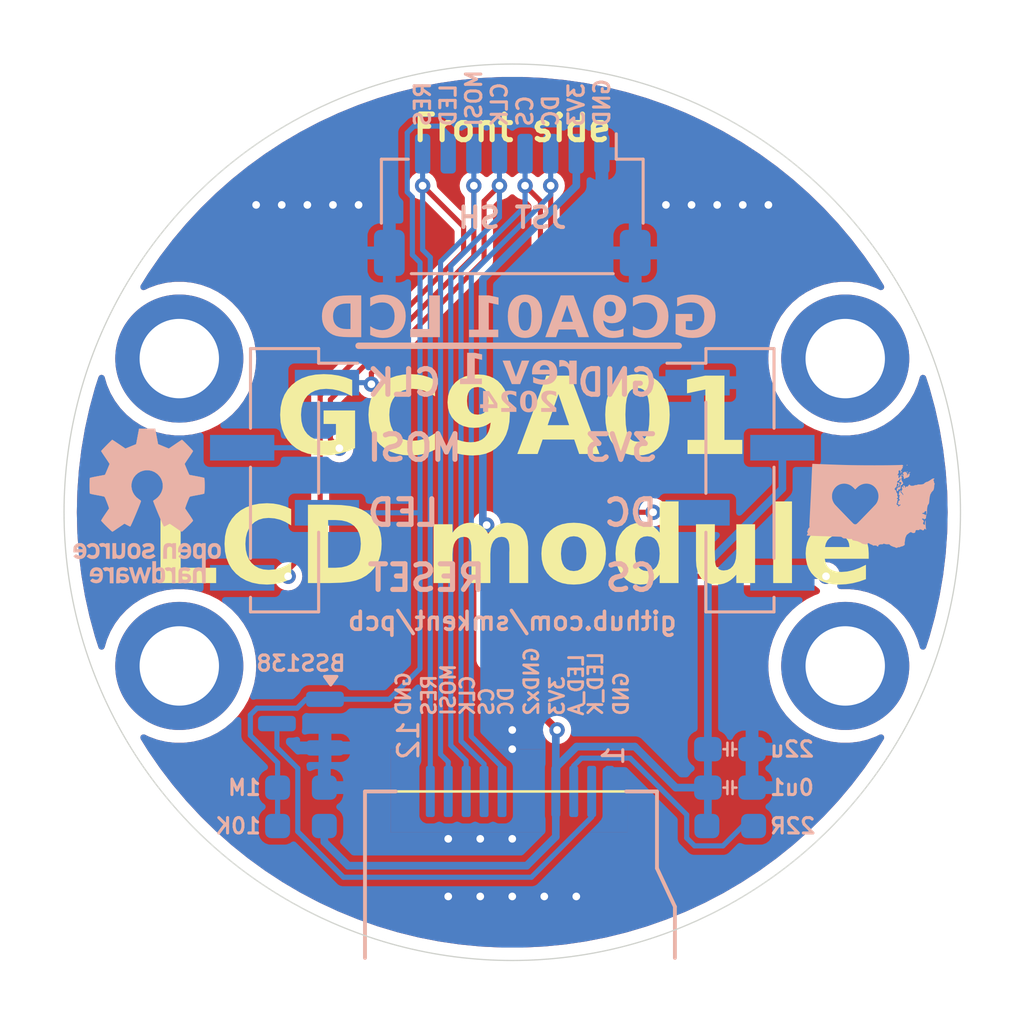
<source format=kicad_pcb>
(kicad_pcb (version 20240108) (generator "pcbnew") (generator_version "8.0")
  (layers (0 "F.Cu" signal) (31 "B.Cu" signal) (34 "B.Paste" user) (35 "F.Paste" user) (36 "B.SilkS" user "B.Silkscreen") (37 "F.SilkS" user "F.Silkscreen") (38 "B.Mask" user) (39 "F.Mask" user) (44 "Edge.Cuts" user))
  (net 0 "")
  (net 1 "+3V3")
  (net 2 "GND")
  (net 3 "CS")
  (net 4 "DC")
  (net 5 "CLK")
  (net 6 "RESET")
  (net 7 "MOSI")
  (net 8 "BACKLIGHT_ENABLE")
  (net 9 "LED_K")
  (net 10 "/LED_A")
  (footprint "custom:R_0603_1608Metric_Pad0.98x0.95mm_HandSolder_simple" (layer "B.Cu") (at 108.51 82.25)
    (property "Reference" "R1" (hide yes))
    (property "Value" "22R")
    (pad "1" smd roundrect (at -0.9125 0) (size 0.975 0.95) (layers "B.Cu" "B.Paste" "B.Mask") (net 1 "+3V3"))
    (pad "2" smd roundrect (at 0.9125 0) (size 0.975 0.95) (layers "B.Cu" "B.Paste" "B.Mask") (net 10 "/LED_A"))
  )
  (footprint "custom:R_0603_1608Metric_Pad0.98x0.95mm_HandSolder_simple" (layer "B.Cu") (at 91.75 82.25 180)
    (property "Reference" "R2" (hide yes))
    (property "Value" "10K")
    (pad "1" smd roundrect (at -0.9125 0 180) (size 0.975 0.95) (layers "B.Cu" "B.Paste" "B.Mask") (net 1 "+3V3"))
    (pad "2" smd roundrect (at 0.9125 0 180) (size 0.975 0.95) (layers "B.Cu" "B.Paste" "B.Mask") (net 8 "BACKLIGHT_ENABLE"))
  )
  (footprint "mechanical:Standoff-SMTSO-M2.5-D3.1mm-P5.0mm" (layer "B.Cu") (at 87 64 180)
    (property "Reference" "REF**" (hide yes))
    (property "Value" "Standoff-SMTSO-M2.5-D3.1mm-P5.0mm" (hide yes))
    (pad "1" thru_hole circle (at 0 0 180) (size 5 5) (drill 3.1) (layers "*.Cu" "*.Mask") (clearance 0.5))
  )
  (footprint "mechanical:Standoff-SMTSO-M2.5-D3.1mm-P5.0mm" (layer "B.Cu") (at 113 64 180)
    (property "Reference" "REF**" (hide yes))
    (property "Value" "Standoff-SMTSO-M2.5-D3.1mm-P5.0mm" (hide yes))
    (pad "1" thru_hole circle (at 0 0 180) (size 5 5) (drill 3.1) (layers "*.Cu" "*.Mask") (clearance 0.5))
  )
  (footprint "graphics:wa-state-heart-5mm" (layer "B.Cu") (at 114 69.75 180)
    (property "Reference" "G***" (hide yes))
    (property "Value" "LOGO" (hide yes))
  )
  (footprint "custom:R_0603_1608Metric_Pad0.98x0.95mm_HandSolder_simple" (layer "B.Cu") (at 91.75 80.75)
    (property "Reference" "R3" (hide yes))
    (property "Value" "1M")
    (pad "1" smd roundrect (at -0.9125 0) (size 0.975 0.95) (layers "B.Cu" "B.Paste" "B.Mask") (net 8 "BACKLIGHT_ENABLE"))
    (pad "2" smd roundrect (at 0.9125 0) (size 0.975 0.95) (layers "B.Cu" "B.Paste" "B.Mask") (net 2 "GND"))
  )
  (footprint "mechanical:Standoff-SMTSO-M2.5-D3.1mm-P5.0mm" (layer "B.Cu") (at 87 76 180)
    (property "Reference" "REF**" (hide yes))
    (property "Value" "Standoff-SMTSO-M2.5-D3.1mm-P5.0mm" (hide yes))
    (pad "1" thru_hole circle (at 0 0 180) (size 5 5) (drill 3.1) (layers "*.Cu" "*.Mask") (clearance 0.5))
  )
  (footprint "custom:C_0603_1608Metric_Pad1.08x0.95mm_HandSolder" (layer "B.Cu") (at 108.5 79.25)
    (property "Reference" "C1" (hide yes))
    (property "Value" "22u")
    (pad "1" smd roundrect (at -0.8625 0) (size 1.075 0.95) (layers "B.Cu" "B.Paste" "B.Mask") (net 1 "+3V3"))
    (pad "2" smd roundrect (at 0.8625 0) (size 1.075 0.95) (layers "B.Cu" "B.Paste" "B.Mask") (net 2 "GND"))
  )
  (footprint "custom:C_0603_1608Metric_Pad1.08x0.95mm_HandSolder" (layer "B.Cu") (at 108.5 80.75)
    (property "Reference" "C2" (hide yes))
    (property "Value" "0u1")
    (pad "1" smd roundrect (at -0.8625 0) (size 1.075 0.95) (layers "B.Cu" "B.Paste" "B.Mask") (net 1 "+3V3"))
    (pad "2" smd roundrect (at 0.8625 0) (size 1.075 0.95) (layers "B.Cu" "B.Paste" "B.Mask") (net 2 "GND"))
  )
  (footprint "custom:SOT-23_simple" (layer "B.Cu") (at 91.75 78.25 180)
    (property "Reference" "Q1" (hide yes))
    (property "Value" "BSS138")
    (pad "1" smd roundrect (at -0.9375 0.95 180) (size 1.475 0.6) (layers "B.Cu" "B.Paste" "B.Mask") (net 8 "BACKLIGHT_ENABLE"))
    (pad "2" smd roundrect (at -0.9375 -0.95 180) (size 1.475 0.6) (layers "B.Cu" "B.Paste" "B.Mask") (net 2 "GND"))
    (pad "3" smd roundrect (at 0.9375 0 180) (size 1.475 0.6) (layers "B.Cu" "B.Paste" "B.Mask") (net 9 "LED_K"))
  )
  (footprint "Connector_PinHeader_2.54mm:PinHeader_1x04_P2.54mm_Vertical_SMD_Pin1Left" (layer "B.Cu") (at 91.11 68.75 180)
    (property "Reference" "J3" (hide yes))
    (property "Value" "Pin headers")
    (pad "1" smd rect (at -1.655 3.81 180) (size 2.51 1) (layers "B.Cu" "B.Paste" "B.Mask") (net 5 "CLK"))
    (pad "2" smd rect (at 1.655 1.27 180) (size 2.51 1) (layers "B.Cu" "B.Paste" "B.Mask") (net 7 "MOSI"))
    (pad "3" smd rect (at -1.655 -1.27 180) (size 2.51 1) (layers "B.Cu" "B.Paste" "B.Mask") (net 8 "BACKLIGHT_ENABLE"))
    (pad "4" smd rect (at 1.655 -3.81 180) (size 2.51 1) (layers "B.Cu" "B.Paste" "B.Mask") (net 6 "RESET"))
  )
  (footprint "mechanical:Standoff-SMTSO-M2.5-D3.1mm-P5.0mm" (layer "B.Cu") (at 113 76 180)
    (property "Reference" "REF**" (hide yes))
    (property "Value" "Standoff-SMTSO-M2.5-D3.1mm-P5.0mm" (hide yes))
    (pad "1" thru_hole circle (at 0 0 180) (size 5 5) (drill 3.1) (layers "*.Cu" "*.Mask") (clearance 0.5))
  )
  (footprint "aliexpress:GC9A01-screen-connector-pads" (layer "B.Cu") (at 99.95 80.9 90)
    (property "Reference" "LCD1" (hide yes))
    (property "Value" "GC9A01")
    (fp_text user "12" (at 2 -4 -90) (layer "B.SilkS") (effects (font (size 0.8 0.8) (thickness 0.12)) (justify mirror)))
    (fp_text user "1" (at 1.4 4 -90) (layer "B.SilkS") (effects (font (size 0.8 0.8) (thickness 0.12)) (justify mirror)))
    (pad "1" smd roundrect (at 0 3.85 90) (size 2 0.35) (layers "B.Cu" "B.Paste" "B.Mask") (net 2 "GND"))
    (pad "2" smd roundrect (at 0 3.15 90) (size 2 0.35) (layers "B.Cu" "B.Paste" "B.Mask") (net 9 "LED_K"))
    (pad "3" smd roundrect (at 0 2.45 90) (size 2 0.35) (layers "B.Cu" "B.Paste" "B.Mask") (net 10 "/LED_A"))
    (pad "4" smd roundrect (at 0 1.75 90) (size 2 0.35) (layers "B.Cu" "B.Paste" "B.Mask") (net 1 "+3V3"))
    (pad "5" smd roundrect (at 0 1.05 90) (size 2 0.35) (layers "B.Cu" "B.Paste" "B.Mask") (net 2 "GND"))
    (pad "6" smd roundrect (at 0 0.35 90) (size 2 0.35) (layers "B.Cu" "B.Paste" "B.Mask") (net 2 "GND"))
    (pad "7" smd roundrect (at 0 -0.35 90) (size 2 0.35) (layers "B.Cu" "B.Paste" "B.Mask") (net 4 "DC"))
    (pad "8" smd roundrect (at 0 -1.05 90) (size 2 0.35) (layers "B.Cu" "B.Paste" "B.Mask") (net 3 "CS"))
    (pad "9" smd roundrect (at 0 -1.75 90) (size 2 0.35) (layers "B.Cu" "B.Paste" "B.Mask") (net 5 "CLK"))
    (pad "10" smd roundrect (at 0 -2.45 90) (size 2 0.35) (layers "B.Cu" "B.Paste" "B.Mask") (net 7 "MOSI"))
    (pad "11" smd roundrect (at 0 -3.15 90) (size 2 0.35) (layers "B.Cu" "B.Paste" "B.Mask") (net 6 "RESET"))
    (pad "12" smd roundrect (at 0 -3.85 90) (size 2 0.35) (layers "B.Cu" "B.Paste" "B.Mask") (net 2 "GND"))
  )
  (footprint "Connector_PinHeader_2.54mm:PinHeader_1x04_P2.54mm_Vertical_SMD_Pin1Right" (layer "B.Cu") (at 108.89 68.75 180)
    (property "Reference" "J2" (hide yes))
    (property "Value" "Pin headers")
    (pad "1" smd rect (at 1.655 3.81 180) (size 2.51 1) (layers "B.Cu" "B.Paste" "B.Mask") (net 2 "GND"))
    (pad "2" smd rect (at -1.655 1.27 180) (size 2.51 1) (layers "B.Cu" "B.Paste" "B.Mask") (net 1 "+3V3"))
    (pad "3" smd rect (at 1.655 -1.27 180) (size 2.51 1) (layers "B.Cu" "B.Paste" "B.Mask") (net 4 "DC"))
    (pad "4" smd rect (at -1.655 -3.81 180) (size 2.51 1) (layers "B.Cu" "B.Paste" "B.Mask") (net 3 "CS"))
  )
  (footprint "Symbol:OSHW-Logo_5.7x6mm_SilkScreen" (layer "B.Cu") (at 85.75 69.75 180)
    (property "Reference" "REF**" (hide yes))
    (property "Value" "OSHW-Logo_5.7x6mm_SilkScreen" (hide yes))
  )
  (footprint "custom:JST_SH_SM08B-SRSS-TB_1x08-1MP_P1.00mm_Horizontal" (layer "B.Cu") (at 100 58 180)
    (property "Reference" "J1")
    (property "Value" "JST SH")
    (pad "1" smd roundrect (at -3.5 2 180) (size 0.6 1.55) (layers "B.Cu" "B.Paste" "B.Mask") (net 2 "GND"))
    (pad "2" smd roundrect (at -2.5 2 180) (size 0.6 1.55) (layers "B.Cu" "B.Paste" "B.Mask") (net 1 "+3V3"))
    (pad "3" smd roundrect (at -1.5 2 180) (size 0.6 1.55) (layers "B.Cu" "B.Paste" "B.Mask") (net 4 "DC"))
    (pad "4" smd roundrect (at -0.5 2 180) (size 0.6 1.55) (layers "B.Cu" "B.Paste" "B.Mask") (net 3 "CS"))
    (pad "5" smd roundrect (at 0.5 2 180) (size 0.6 1.55) (layers "B.Cu" "B.Paste" "B.Mask") (net 5 "CLK"))
    (pad "6" smd roundrect (at 1.5 2 180) (size 0.6 1.55) (layers "B.Cu" "B.Paste" "B.Mask") (net 7 "MOSI"))
    (pad "7" smd roundrect (at 2.5 2 180) (size 0.6 1.55) (layers "B.Cu" "B.Paste" "B.Mask") (net 8 "BACKLIGHT_ENABLE"))
    (pad "8" smd roundrect (at 3.5 2 180) (size 0.6 1.55) (layers "B.Cu" "B.Paste" "B.Mask") (net 6 "RESET"))
    (pad "MP" smd roundrect (at -4.8 -1.875 180) (size 1.2 1.8) (layers "B.Cu" "B.Paste" "B.Mask") (roundrect_rratio 0.208333) (net 2 "GND"))
    (pad "MP" smd roundrect (at 4.8 -1.875 180) (size 1.2 1.8) (layers "B.Cu" "B.Paste" "B.Mask") (roundrect_rratio 0.208333) (net 2 "GND"))
  )
  (gr_line (start 106.5 63.5) (end 94 63.5) (stroke (width 0.25)) (layer "B.SilkS"))
  (gr_line (start 94.25 80.9) (end 94.25 86) (stroke (width 0.1)) (layer "F.SilkS"))
  (gr_line (start 106.35 85.75) (end 106.35 85.4) (stroke (width 0.1)) (layer "F.SilkS"))
  (gr_line (start 105.65 83.9) (end 105.65 80.9) (stroke (width 0.1)) (layer "F.SilkS"))
  (gr_line (start 94.25 80.9) (end 105.65 80.9) (stroke (width 0.1)) (layer "F.SilkS"))
  (gr_line (start 106.35 85.4) (end 105.65 83.9) (stroke (width 0.1)) (layer "F.SilkS"))
  (gr_circle (center 100 70) (end 117.5 70) (stroke (width 0.05)) (fill none) (layer "Edge.Cuts"))
  (gr_text "10K" (at 90.25 82.25 0) (layer "B.SilkS") (effects (font (size 0.6 0.6) (thickness 0.12) (bold yes)) (justify left mirror)))
  (gr_text "CLK" (at 98.25 78 90) (layer "B.SilkS") (effects (font (size 0.55 0.55) (thickness 0.11) (bold yes)) (justify right mirror)))
  (gr_text "GND" (at 103.5 55 90) (layer "B.SilkS") (effects (font (size 0.6 0.6) (thickness 0.12) (bold yes)) (justify right mirror)))
  (gr_text "DC" (at 101.5 55 90) (layer "B.SilkS") (effects (font (size 0.6 0.6) (thickness 0.12) (bold yes)) (justify right mirror)))
  (gr_text "GC9A01 LCD" (at 100.25 62.5 0) (layer "B.SilkS") (effects (font (size 1.6 1.6) (thickness 0.1)) (justify mirror)))
  (gr_text "RESET" (at 94.25 72.56 0) (layer "B.SilkS") (effects (font (size 1 1) (thickness 0.2) (bold yes)) (justify right mirror)))
  (gr_text "22u" (at 110 79.25 0) (layer "B.SilkS") (effects (font (size 0.6 0.6) (thickness 0.12) (bold yes)) (justify right mirror)))
  (gr_text "CS" (at 105.75 72.56 0) (layer "B.SilkS") (effects (font (size 1 1) (thickness 0.2) (bold yes)) (justify left mirror)))
  (gr_text "3V3" (at 101.75 78 90) (layer "B.SilkS") (effects (font (size 0.55 0.55) (thickness 0.11) (bold yes)) (justify right mirror)))
  (gr_text "LED_K" (at 103.25 78 90) (layer "B.SilkS") (effects (font (size 0.55 0.55) (thickness 0.11) (bold yes)) (justify right mirror)))
  (gr_text "1M" (at 90.25 80.75 0) (layer "B.SilkS") (effects (font (size 0.6 0.6) (thickness 0.12) (bold yes)) (justify left mirror)))
  (gr_text "0u1" (at 110 80.75 0) (layer "B.SilkS") (effects (font (size 0.6 0.6) (thickness 0.12) (bold yes)) (justify right mirror)))
  (gr_text "CLK" (at 94.25 64.94 0) (layer "B.SilkS") (effects (font (size 1 1) (thickness 0.2) (bold yes)) (justify right mirror)))
  (gr_text "CS" (at 99 78 90) (layer "B.SilkS") (effects (font (size 0.55 0.55) (thickness 0.11) (bold yes)) (justify right mirror)))
  (gr_text "3V3" (at 105.75 67.48 0) (layer "B.SilkS") (effects (font (size 1 1) (thickness 0.2) (bold yes)) (justify left mirror)))
  (gr_text "22R" (at 110 82.25 0) (layer "B.SilkS") (effects (font (size 0.6 0.6) (thickness 0.12) (bold yes)) (justify right mirror)))
  (gr_text "RES" (at 96.5 55 90) (layer "B.SilkS") (effects (font (size 0.6 0.6) (thickness 0.12) (bold yes)) (justify right mirror)))
  (gr_text "CLK" (at 99.5 55 90) (layer "B.SilkS") (effects (font (size 0.6 0.6) (thickness 0.12) (bold yes)) (justify right mirror)))
  (gr_text "JST SH" (at 100 58.5 0) (layer "B.SilkS") (effects (font (size 0.8 0.8) (thickness 0.16) (bold yes)) (justify mirror)))
  (gr_text "github.com/smkent/pcb" (at 100 74.25 0) (layer "B.SilkS") (effects (font (size 0.7 0.7) (thickness 0.14) (bold yes)) (justify mirror)))
  (gr_text "rev 1" (at 100.25 64.5 0) (layer "B.SilkS") (effects (font (size 1.2 1.2) (thickness 0.24) (bold yes)) (justify mirror)))
  (gr_text "GND" (at 95.75 78 90) (layer "B.SilkS") (effects (font (size 0.55 0.55) (thickness 0.11) (bold yes)) (justify right mirror)))
  (gr_text "GND" (at 105.75 64.94 0) (layer "B.SilkS") (effects (font (size 1 1) (thickness 0.2) (bold yes)) (justify left mirror)))
  (gr_text "2024" (at 100.25 65.75 0) (layer "B.SilkS") (effects (font (size 0.8 0.8) (thickness 0.24) (bold yes)) (justify mirror)))
  (gr_text "DC" (at 99.75 78 90) (layer "B.SilkS") (effects (font (size 0.55 0.55) (thickness 0.11) (bold yes)) (justify right mirror)))
  (gr_text "3V3" (at 102.5 55 90) (layer "B.SilkS") (effects (font (size 0.6 0.6) (thickness 0.12) (bold yes)) (justify right mirror)))
  (gr_text "MOSI" (at 98.5 55 90) (layer "B.SilkS") (effects (font (size 0.6 0.6) (thickness 0.12) (bold yes)) (justify right mirror)))
  (gr_text "MOSI" (at 94.25 67.48 0) (layer "B.SilkS") (effects (font (size 1 1) (thickness 0.2) (bold yes)) (justify right mirror)))
  (gr_text "BSS138" (at 91.75 76.25 0) (layer "B.SilkS") (effects (font (size 0.6 0.6) (thickness 0.12) (bold yes)) (justify bottom mirror)))
  (gr_text "LED_A" (at 102.5 78 90) (layer "B.SilkS") (effects (font (size 0.55 0.55) (thickness 0.11) (bold yes)) (justify right mirror)))
  (gr_text "MOSI" (at 97.5 78 90) (layer "B.SilkS") (effects (font (size 0.55 0.55) (thickness 0.11) (bold yes)) (justify right mirror)))
  (gr_text "GND" (at 104.25 78 90) (layer "B.SilkS") (effects (font (size 0.55 0.55) (thickness 0.11) (bold yes)) (justify right mirror)))
  (gr_text "CS" (at 100.5 55 90) (layer "B.SilkS") (effects (font (size 0.6 0.6) (thickness 0.12) (bold yes)) (justify right mirror)))
  (gr_text "DC" (at 105.75 70.02 0) (layer "B.SilkS") (effects (font (size 1 1) (thickness 0.2) (bold yes)) (justify left mirror)))
  (gr_text "LED" (at 94.25 70.02 0) (layer "B.SilkS") (effects (font (size 1 1) (thickness 0.2) (bold yes)) (justify right mirror)))
  (gr_text "RES" (at 96.75 78 90) (layer "B.SilkS") (effects (font (size 0.55 0.55) (thickness 0.11) (bold yes)) (justify right mirror)))
  (gr_text "LED" (at 97.5 55 90) (layer "B.SilkS") (effects (font (size 0.6 0.6) (thickness 0.12) (bold yes)) (justify right mirror)))
  (gr_text "GNDx2" (at 100.75 78 90) (layer "B.SilkS") (effects (font (size 0.55 0.55) (thickness 0.11) (bold yes)) (justify right mirror)))
  (gr_text "Front side" (at 100 55 0) (layer "F.SilkS") (effects (font (size 1 1) (thickness 0.2) (bold yes))))
  (gr_text "GC9A01\nLCD module" (at 100 69 0) (layer "F.SilkS") (effects (font (size 3 3) (thickness 0.1))))
  (segment (start 99 75.75) (end 99 70.5) (width 0.3) (layer "F.Cu") (net 1))
  (segment (start 101.75 78.5) (end 99 75.75) (width 0.3) (layer "F.Cu") (net 1))
  (via (at 101.75 78.5) (size 0.6) (drill 0.3) (layers "F.Cu" "B.Cu") (net 1))
  (via (at 99 70.5) (size 0.6) (drill 0.3) (layers "F.Cu" "B.Cu") (net 1))
  (segment (start 102.5 56) (end 102.5 57.25) (width 0.3) (layer "B.Cu") (net 1))
  (segment (start 107.6375 80.75) (end 107.6375 79.25) (width 0.3) (layer "B.Cu") (net 1))
  (segment (start 102.513605 79.15) (end 104.786396 79.15) (width 0.3) (layer "B.Cu") (net 1))
  (segment (start 107.6375 79.25) (end 107.6375 82.21) (width 0.3) (layer "B.Cu") (net 1))
  (segment (start 107.6375 82.21) (end 107.5975 82.25) (width 0.3) (layer "B.Cu") (net 1))
  (segment (start 101.7 80.9) (end 101.7 78.55) (width 0.3) (layer "B.Cu") (net 1))
  (segment (start 100.563604 83.8) (end 93.594674 83.8) (width 0.3) (layer "B.Cu") (net 1))
  (segment (start 101.7 80.9) (end 101.7 82.663604) (width 0.3) (layer "B.Cu") (net 1))
  (segment (start 107.6375 71.9825) (end 107.6375 79.25) (width 0.3) (layer "B.Cu") (net 1))
  (segment (start 101.7 80.9) (end 101.7 79.963605) (width 0.3) (layer "B.Cu") (net 1))
  (segment (start 98.85 70.35) (end 99 70.5) (width 0.3) (layer "B.Cu") (net 1))
  (segment (start 93.594674 83.8) (end 92.6625 82.867826) (width 0.3) (layer "B.Cu") (net 1))
  (segment (start 101.7 79.963605) (end 102.513605 79.15) (width 0.3) (layer "B.Cu") (net 1))
  (segment (start 101.7 78.55) (end 101.75 78.5) (width 0.3) (layer "B.Cu") (net 1))
  (segment (start 104.786396 79.15) (end 106.386396 80.75) (width 0.3) (layer "B.Cu") (net 1))
  (segment (start 110.545 69.075) (end 107.6375 71.9825) (width 0.3) (layer "B.Cu") (net 1))
  (segment (start 106.386396 80.75) (end 107.6375 80.75) (width 0.3) (layer "B.Cu") (net 1))
  (segment (start 101.7 82.663604) (end 100.563604 83.8) (width 0.3) (layer "B.Cu") (net 1))
  (segment (start 110.545 67.48) (end 110.545 69.075) (width 0.3) (layer "B.Cu") (net 1))
  (segment (start 92.6625 82.867826) (end 92.6625 82.25) (width 0.3) (layer "B.Cu") (net 1))
  (segment (start 102.5 57.25) (end 98.85 60.9) (width 0.3) (layer "B.Cu") (net 1))
  (segment (start 98.85 60.9) (end 98.85 70.35) (width 0.3) (layer "B.Cu") (net 1))
  (via (at 98.75 82.75) (size 0.6) (drill 0.3) (layers "F.Cu" "B.Cu") (net 2))
  (via (at 92 58) (size 0.6) (drill 0.3) (layers "F.Cu" "B.Cu") (net 2))
  (via (at 106 58) (size 0.6) (drill 0.3) (layers "F.Cu" "B.Cu") (net 2))
  (via (at 94 58) (size 0.6) (drill 0.3) (layers "F.Cu" "B.Cu") (net 2))
  (via (at 100 82.75) (size 0.6) (drill 0.3) (layers "F.Cu" "B.Cu") (net 2))
  (via (at 98.75 85) (size 0.6) (drill 0.3) (layers "F.Cu" "B.Cu") (net 2))
  (via (at 90 58) (size 0.6) (drill 0.3) (layers "F.Cu" "B.Cu") (net 2))
  (via (at 97.5 85) (size 0.6) (drill 0.3) (layers "F.Cu" "B.Cu") (net 2))
  (via (at 109 58) (size 0.6) (drill 0.3) (layers "F.Cu" "B.Cu") (net 2))
  (via (at 110 58) (size 0.6) (drill 0.3) (layers "F.Cu" "B.Cu") (net 2))
  (via (at 97.5 82.75) (size 0.6) (drill 0.3) (layers "F.Cu" "B.Cu") (net 2))
  (via (at 100 85) (size 0.6) (drill 0.3) (layers "F.Cu" "B.Cu") (net 2))
  (via (at 101.25 85) (size 0.6) (drill 0.3) (layers "F.Cu" "B.Cu") (net 2))
  (via (at 91 58) (size 0.6) (drill 0.3) (layers "F.Cu" "B.Cu") (net 2))
  (via (at 107 58) (size 0.6) (drill 0.3) (layers "F.Cu" "B.Cu") (net 2))
  (via (at 102.5 85) (size 0.6) (drill 0.3) (layers "F.Cu" "B.Cu") (net 2))
  (via (at 108 58) (size 0.6) (drill 0.3) (layers "F.Cu" "B.Cu") (net 2))
  (via (at 100 79.25) (size 0.6) (drill 0.3) (layers "F.Cu" "B.Cu") (net 2))
  (via (at 93 58) (size 0.6) (drill 0.3) (layers "F.Cu" "B.Cu") (net 2))
  (via (at 100 78.5) (size 0.6) (drill 0.3) (layers "F.Cu" "B.Cu") (net 2))
  (segment (start 101.1 57.85) (end 100.5 57.25) (width 0.2) (layer "F.Cu") (net 3))
  (segment (start 112.25 72.5) (end 106.5 72.5) (width 0.2) (layer "F.Cu") (net 3))
  (segment (start 101.1 67.1) (end 101.1 57.85) (width 0.2) (layer "F.Cu") (net 3))
  (segment (start 106.5 72.5) (end 101.1 67.1) (width 0.2) (layer "F.Cu") (net 3))
  (via (at 112.25 72.5) (size 0.6) (drill 0.3) (layers "F.Cu" "B.Cu") (net 3))
  (via (at 100.5 57.25) (size 0.6) (drill 0.3) (layers "F.Cu" "B.Cu") (net 3))
  (segment (start 98 60.547918) (end 98 78.934314) (width 0.2) (layer "B.Cu") (net 3))
  (segment (start 100.5 57.25) (end 100.5 58.047918) (width 0.2) (layer "B.Cu") (net 3))
  (segment (start 110.605 72.5) (end 110.545 72.56) (width 0.2) (layer "B.Cu") (net 3))
  (segment (start 98.9 79.834314) (end 98.9 80.9) (width 0.2) (layer "B.Cu") (net 3))
  (segment (start 100.5 58.047918) (end 98 60.547918) (width 0.2) (layer "B.Cu") (net 3))
  (segment (start 98 78.934314) (end 98.9 79.834314) (width 0.2) (layer "B.Cu") (net 3))
  (segment (start 100.5 56) (end 100.5 57.25) (width 0.2) (layer "B.Cu") (net 3))
  (segment (start 112.25 72.5) (end 110.605 72.5) (width 0.2) (layer "B.Cu") (net 3))
  (segment (start 105.5 70) (end 104.565686 70) (width 0.2) (layer "F.Cu") (net 4))
  (segment (start 101.5 66.934314) (end 101.5 57.25) (width 0.2) (layer "F.Cu") (net 4))
  (segment (start 104.565686 70) (end 101.5 66.934314) (width 0.2) (layer "F.Cu") (net 4))
  (via (at 101.5 57.25) (size 0.6) (drill 0.3) (layers "F.Cu" "B.Cu") (net 4))
  (via (at 105.5 70) (size 0.6) (drill 0.3) (layers "F.Cu" "B.Cu") (net 4))
  (segment (start 101.5 57.613604) (end 98.4 60.713604) (width 0.2) (layer "B.Cu") (net 4))
  (segment (start 98.4 78.749265) (end 99.6 79.949265) (width 0.2) (layer "B.Cu") (net 4))
  (segment (start 98.4 60.713604) (end 98.4 78.749265) (width 0.2) (layer "B.Cu") (net 4))
  (segment (start 105.52 70.02) (end 105.5 70) (width 0.2) (layer "B.Cu") (net 4))
  (segment (start 101.5 57.25) (end 101.5 57.613604) (width 0.2) (layer "B.Cu") (net 4))
  (segment (start 107.235 70.02) (end 105.52 70.02) (width 0.2) (layer "B.Cu") (net 4))
  (segment (start 101.5 56) (end 101.5 57.25) (width 0.2) (layer "B.Cu") (net 4))
  (segment (start 99.6 79.949265) (end 99.6 80.9) (width 0.2) (layer "B.Cu") (net 4))
  (segment (start 98.9 60.165686) (end 98.9 57.85) (width 0.2) (layer "F.Cu") (net 5))
  (segment (start 94.5 64.565686) (end 98.9 60.165686) (width 0.2) (layer "F.Cu") (net 5))
  (segment (start 94.5 65) (end 94.5 64.565686) (width 0.2) (layer "F.Cu") (net 5))
  (segment (start 98.9 57.85) (end 99.5 57.25) (width 0.2) (layer "F.Cu") (net 5))
  (via (at 99.5 57.25) (size 0.6) (drill 0.3) (layers "F.Cu" "B.Cu") (net 5))
  (via (at 94.5 65) (size 0.6) (drill 0.3) (layers "F.Cu" "B.Cu") (net 5))
  (segment (start 99.5 57.25) (end 99.5 58.482232) (width 0.2) (layer "B.Cu") (net 5))
  (segment (start 99.5 58.482232) (end 97.6 60.382232) (width 0.2) (layer "B.Cu") (net 5))
  (segment (start 92.765 64.94) (end 94.44 64.94) (width 0.2) (layer "B.Cu") (net 5))
  (segment (start 97.6 60.382232) (end 97.6 79.1) (width 0.2) (layer "B.Cu") (net 5))
  (segment (start 98.2 79.7) (end 98.2 80.9) (width 0.2) (layer "B.Cu") (net 5))
  (segment (start 99.5 56) (end 99.5 57.25) (width 0.2) (layer "B.Cu") (net 5))
  (segment (start 94.44 64.94) (end 94.5 65) (width 0.2) (layer "B.Cu") (net 5))
  (segment (start 97.6 79.1) (end 98.2 79.7) (width 0.2) (layer "B.Cu") (net 5))
  (segment (start 98.1 59.834314) (end 98.1 58.85) (width 0.2) (layer "F.Cu") (net 6))
  (segment (start 92.5 71) (end 92.5 65.434314) (width 0.2) (layer "F.Cu") (net 6))
  (segment (start 91.25 72.25) (end 92.5 71) (width 0.2) (layer "F.Cu") (net 6))
  (segment (start 98.1 58.85) (end 96.5 57.25) (width 0.2) (layer "F.Cu") (net 6))
  (segment (start 91.25 72.5) (end 91.25 72.25) (width 0.2) (layer "F.Cu") (net 6))
  (segment (start 92.5 65.434314) (end 98.1 59.834314) (width 0.2) (layer "F.Cu") (net 6))
  (via (at 96.5 57.25) (size 0.6) (drill 0.3) (layers "F.Cu" "B.Cu") (net 6))
  (via (at 91.25 72.5) (size 0.6) (drill 0.3) (layers "F.Cu" "B.Cu") (net 6))
  (segment (start 96.8 60.05) (end 96.8 80.9) (width 0.2) (layer "B.Cu") (net 6))
  (segment (start 89.455 72.56) (end 91.19 72.56) (width 0.2) (layer "B.Cu") (net 6))
  (segment (start 96.5 59.75) (end 96.8 60.05) (width 0.2) (layer "B.Cu") (net 6))
  (segment (start 91.19 72.56) (end 91.25 72.5) (width 0.2) (layer "B.Cu") (net 6))
  (segment (start 96.5 56) (end 96.5 57.25) (width 0.2) (layer "B.Cu") (net 6))
  (segment (start 96.5 57.25) (end 96.5 59.75) (width 0.2) (layer "B.Cu") (net 6))
  (segment (start 92.9 67.15) (end 92.9 65.6) (width 0.2) (layer "F.Cu") (net 7))
  (segment (start 93.25 67.5) (end 92.9 67.15) (width 0.2) (layer "F.Cu") (net 7))
  (segment (start 92.9 65.6) (end 98.5 60) (width 0.2) (layer "F.Cu") (net 7))
  (segment (start 98.5 60) (end 98.5 57.25) (width 0.2) (layer "F.Cu") (net 7))
  (via (at 93.25 67.5) (size 0.6) (drill 0.3) (layers "F.Cu" "B.Cu") (net 7))
  (via (at 98.5 57.25) (size 0.6) (drill 0.3) (layers "F.Cu" "B.Cu") (net 7))
  (segment (start 93.23 67.48) (end 89.455 67.48) (width 0.2) (layer "B.Cu") (net 7))
  (segment (start 97.5 79.75) (end 97.5 80.9) (width 0.2) (layer "B.Cu") (net 7))
  (segment (start 97.2 79.45) (end 97.5 79.75) (width 0.2) (layer "B.Cu") (net 7))
  (segment (start 97.2 60.216546) (end 97.2 79.45) (width 0.2) (layer "B.Cu") (net 7))
  (segment (start 98.5 58.916546) (end 97.2 60.216546) (width 0.2) (layer "B.Cu") (net 7))
  (segment (start 98.5 57.25) (end 98.5 58.916546) (width 0.2) (layer "B.Cu") (net 7))
  (segment (start 98.5 56) (end 98.5 57.25) (width 0.2) (layer "B.Cu") (net 7))
  (segment (start 93.25 67.5) (end 93.23 67.48) (width 0.2) (layer "B.Cu") (net 7))
  (segment (start 96.159448 54.925) (end 97.175 54.925) (width 0.2) (layer "B.Cu") (net 8))
  (segment (start 92.6875 77.3) (end 95.2 77.3) (width 0.2) (layer "B.Cu") (net 8))
  (segment (start 91.6 77.65) (end 90.034448 77.65) (width 0.2) (layer "B.Cu") (net 8))
  (segment (start 95.2 77.3) (end 96.4 76.1) (width 0.2) (layer "B.Cu") (net 8))
  (segment (start 89.775 77.909448) (end 89.775 78.7125) (width 0.2) (layer "B.Cu") (net 8))
  (segment (start 90.034448 77.65) (end 89.775 77.909448) (width 0.2) (layer "B.Cu") (net 8))
  (segment (start 95.9 55.184448) (end 96.159448 54.925) (width 0.2) (layer "B.Cu") (net 8))
  (segment (start 90.8375 79.775) (end 90.8375 80.75) (width 0.2) (layer "B.Cu") (net 8))
  (segment (start 90.8375 80.75) (end 90.8375 82.25) (width 0.2) (layer "B.Cu") (net 8))
  (segment (start 96.4 70) (end 96.4 60.25) (width 0.2) (layer "B.Cu") (net 8))
  (segment (start 92.6875 77.3) (end 91.95 77.3) (width 0.2) (layer "B.Cu") (net 8))
  (segment (start 91.95 77.3) (end 91.6 77.65) (width 0.2) (layer "B.Cu") (net 8))
  (segment (start 97.175 54.925) (end 97.5 55.25) (width 0.2) (layer "B.Cu") (net 8))
  (segment (start 89.775 78.7125) (end 90.8375 79.775) (width 0.2) (layer "B.Cu") (net 8))
  (segment (start 97.5 55.25) (end 97.5 56) (width 0.2) (layer "B.Cu") (net 8))
  (segment (start 96.4 76.1) (end 96.4 70) (width 0.2) (layer "B.Cu") (net 8))
  (segment (start 96.38 70.02) (end 96.4 70) (width 0.2) (layer "B.Cu") (net 8))
  (segment (start 96.4 60.25) (end 96.1 59.95) (width 0.2) (layer "B.Cu") (net 8))
  (segment (start 96.1 57.698529) (end 95.9 57.498529) (width 0.2) (layer "B.Cu") (net 8))
  (segment (start 96.1 59.95) (end 96.1 57.698529) (width 0.2) (layer "B.Cu") (net 8))
  (segment (start 95.9 57.498529) (end 95.9 55.184448) (width 0.2) (layer "B.Cu") (net 8))
  (segment (start 92.765 70.02) (end 96.38 70.02) (width 0.2) (layer "B.Cu") (net 8))
  (segment (start 100.75 84.25) (end 103.1 81.9) (width 0.2) (layer "B.Cu") (net 9))
  (segment (start 91.625 79.996814) (end 91.625 82.466722) (width 0.2) (layer "B.Cu") (net 9))
  (segment (start 93.408278 84.25) (end 100.75 84.25) (width 0.2) (layer "B.Cu") (net 9))
  (segment (start 103.1 81.9) (end 103.1 80.9) (width 0.2) (layer "B.Cu") (net 9))
  (segment (start 91.625 82.466722) (end 93.408278 84.25) (width 0.2) (layer "B.Cu") (net 9))
  (segment (start 90.8125 78.25) (end 90.8125 79.184314) (width 0.2) (layer "B.Cu") (net 9))
  (segment (start 90.8125 79.184314) (end 91.625 79.996814) (width 0.2) (layer "B.Cu") (net 9))
  (segment (start 102.4 79.900001) (end 102.700001 79.6) (width 0.2) (layer "B.Cu") (net 10))
  (segment (start 106.81 82.716722) (end 107.118278 83.025) (width 0.2) (layer "B.Cu") (net 10))
  (segment (start 102.4 80.9) (end 102.4 79.900001) (width 0.2) (layer "B.Cu") (net 10))
  (segment (start 104.6 79.6) (end 106.81 81.81) (width 0.2) (layer "B.Cu") (net 10))
  (segment (start 109 82.25) (end 109.4225 82.25) (width 0.2) (layer "B.Cu") (net 10))
  (segment (start 106.81 81.81) (end 106.81 82.716722) (width 0.2) (layer "B.Cu") (net 10))
  (segment (start 102.700001 79.6) (end 104.6 79.6) (width 0.2) (layer "B.Cu") (net 10))
  (segment (start 108.225 83.025) (end 109 82.25) (width 0.2) (layer "B.Cu") (net 10))
  (segment (start 107.118278 83.025) (end 108.225 83.025) (width 0.2) (layer "B.Cu") (net 10))
  (zone (net 2) (net_name "GND") (layers "F&B.Cu") (connect_pads (clearance 0.25)) (min_thickness 0.25) (fill yes (thermal_gap 0.25) (thermal_bridge_width 0.5))
    (polygon (pts (xy 80 50) (xy 120 50) (xy 120 90) (xy 80 90)))
  )
  (zone (net 2) (net_name "GND") (layer "B.Cu") (priority 1) (connect_pads yes (clearance 0.25)) (min_thickness 0.25) (fill yes (thermal_gap 0.5) (thermal_bridge_width 0.5) (smoothing fillet) (radius 0.5))
    (polygon (pts (xy 104.5 79.25) (xy 104.5 82.5) (xy 95.25 82.5) (xy 95.25 79.25)))
  )
)
</source>
